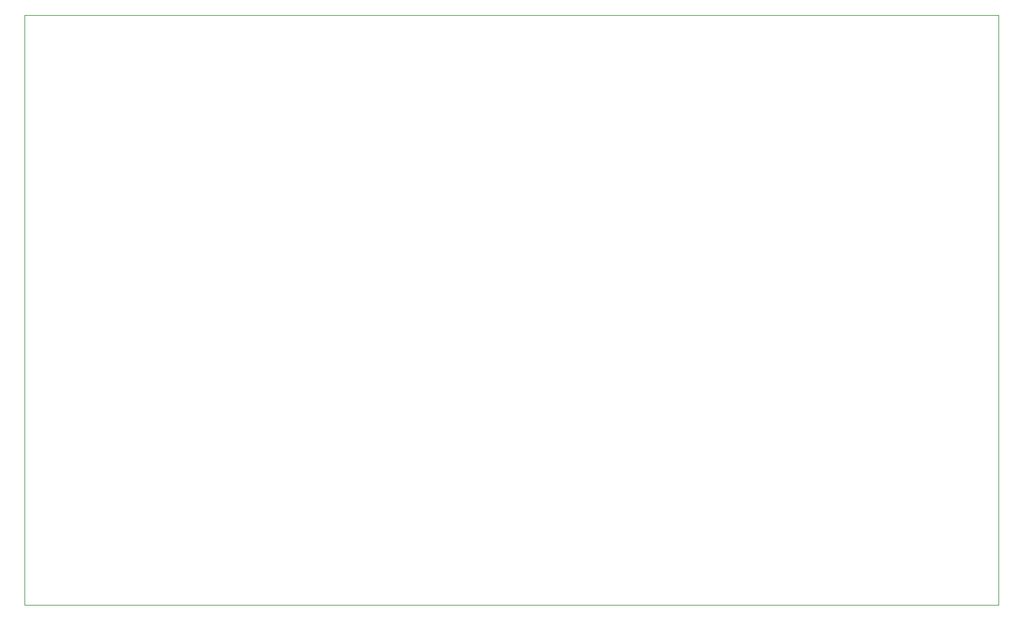
<source format=gm1>
%TF.GenerationSoftware,KiCad,Pcbnew,5.1.12-84ad8e8a86~92~ubuntu18.04.1*%
%TF.CreationDate,2022-05-14T09:18:38-04:00*%
%TF.ProjectId,kicad_vectron_65_plus,6b696361-645f-4766-9563-74726f6e5f36,rev?*%
%TF.SameCoordinates,Original*%
%TF.FileFunction,Profile,NP*%
%FSLAX46Y46*%
G04 Gerber Fmt 4.6, Leading zero omitted, Abs format (unit mm)*
G04 Created by KiCad (PCBNEW 5.1.12-84ad8e8a86~92~ubuntu18.04.1) date 2022-05-14 09:18:38*
%MOMM*%
%LPD*%
G01*
G04 APERTURE LIST*
%TA.AperFunction,Profile*%
%ADD10C,0.100000*%
%TD*%
G04 APERTURE END LIST*
D10*
X169113200Y-31902400D02*
X169113200Y-111302800D01*
X37998400Y-31902400D02*
X169113200Y-31902400D01*
X37998400Y-111302800D02*
X37998400Y-31902400D01*
X169113200Y-111302800D02*
X37998400Y-111302800D01*
M02*

</source>
